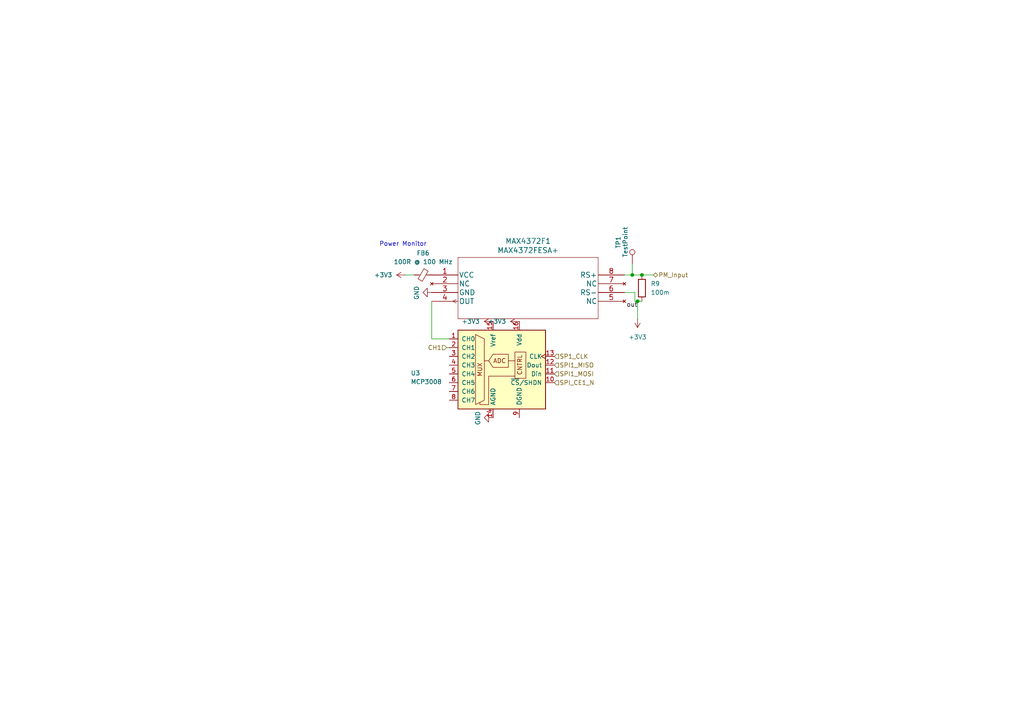
<source format=kicad_sch>
(kicad_sch (version 20211123) (generator eeschema)
  (paper "A4")
  (lib_symbols
    (symbol "Analog_ADC:MCP3008" (pin_names (offset 1.016))
      (property "Reference" "U" (at -5.08 13.335 0))
      (property "Value" "MCP3008" (at -5.08 11.43 0))
      (symbol "MCP3008_0_0"
        (text "ADC" (at -0.635 1.27 0) (effects (font (size 1.27 1.27))))
        (text "CNTRL" (at 5.969 -2.921 900) (effects (font (size 1.27 1.27)) (justify left bottom)))
        (text "MUX" (at -6.35 -1.27 900) (effects (font (size 1.27 1.27))))
      )
      (symbol "MCP3008_0_1"
        (polyline (pts (xy -3.81 1.27) (xy -5.08 1.27)))
        (polyline (pts (xy 1.905 1.27) (xy 3.81 1.27)))
        (polyline (pts (xy -7.62 8.89) (xy -7.62 -11.43) (xy -5.08 -10.16) (xy -5.08 7.62) (xy -7.62 8.89)))
        (polyline (pts (xy 3.81 -3.175) (xy -3.81 -3.175) (xy -3.81 -11.43) (xy -6.35 -11.43) (xy -6.35 -10.795)))
        (polyline (pts (xy 1.905 3.175) (xy 1.905 -0.635) (xy -2.54 -0.635) (xy -3.81 1.27) (xy -2.54 3.175) (xy 1.905 3.175)))
        (rectangle (start 3.81 -3.81) (end 6.985 3.81))
        (rectangle (start 12.7 -12.7) (end -12.7 10.16) (stroke (width 0.254)) (fill (type background)))
      )
      (symbol "MCP3008_1_1"
        (pin input line (at -15.24 7.62 0) (length 2.54) (name "CH0") (number "1"))
        (pin input line (at 15.24 -5.08 180) (length 2.54) (name "~{CS}/SHDN") (number "10"))
        (pin input line (at 15.24 -2.54 180) (length 2.54) (name "Din") (number "11"))
        (pin output line (at 15.24 0 180) (length 2.54) (name "Dout") (number "12"))
        (pin input clock (at 15.24 2.54 180) (length 2.54) (name "CLK") (number "13"))
        (pin power_in line (at -2.54 -15.24 90) (length 2.54) (name "AGND") (number "14"))
        (pin power_in line (at -2.54 12.7 270) (length 2.54) (name "Vref") (number "15"))
        (pin power_in line (at 5.08 12.7 270) (length 2.54) (name "Vdd") (number "16"))
        (pin input line (at -15.24 5.08 0) (length 2.54) (name "CH1") (number "2"))
        (pin input line (at -15.24 2.54 0) (length 2.54) (name "CH2") (number "3"))
        (pin input line (at -15.24 0 0) (length 2.54) (name "CH3") (number "4"))
        (pin input line (at -15.24 -2.54 0) (length 2.54) (name "CH4") (number "5"))
        (pin input line (at -15.24 -5.08 0) (length 2.54) (name "CH5") (number "6"))
        (pin input line (at -15.24 -7.62 0) (length 2.54) (name "CH6") (number "7"))
        (pin input line (at -15.24 -10.16 0) (length 2.54) (name "CH7") (number "8"))
        (pin power_in line (at 5.08 -15.24 90) (length 2.54) (name "DGND") (number "9"))
      )
    )
    (symbol "Connector:TestPoint" (pin_numbers hide) (pin_names (offset 0.762) hide)
      (property "Reference" "TP" (at 0 6.858 0))
      (property "Value" "TestPoint" (at 0 5.08 0))
      (symbol "TestPoint_0_1"
        (circle (center 0 3.302) (radius 0.762))
      )
      (symbol "TestPoint_1_1"
        (pin passive line (at 0 0 90) (length 2.54) (name "1") (number "1"))
      )
    )
    (symbol "Device:FerriteBead_Small" (pin_numbers hide) (pin_names (offset 0))
      (property "Reference" "FB" (at 1.905 1.27 0))
      (property "Value" "FerriteBead_Small" (at 1.905 -1.27 0))
      (symbol "FerriteBead_Small_0_1"
        (polyline (pts (xy 0 -1.27) (xy 0 -0.7874)))
        (polyline (pts (xy 0 0.889) (xy 0 1.2954)))
        (polyline (pts (xy -1.8288 0.2794) (xy -1.1176 1.4986) (xy 1.8288 -0.2032) (xy 1.1176 -1.4224) (xy -1.8288 0.2794)))
      )
      (symbol "FerriteBead_Small_1_1"
        (pin passive line (at 0 2.54 270) (length 1.27) (name "~") (number "1"))
        (pin passive line (at 0 -2.54 90) (length 1.27) (name "~") (number "2"))
      )
    )
    (symbol "Device:R" (pin_numbers hide) (pin_names (offset 0))
      (property "Reference" "R" (at 2.032 0 90))
      (property "Value" "R" (at 0 0 90))
      (symbol "R_0_1"
        (rectangle (start -1.016 -2.54) (end 1.016 2.54) (stroke (width 0.254)))
      )
      (symbol "R_1_1"
        (pin passive line (at 0 3.81 270) (length 1.27) (name "~") (number "1"))
        (pin passive line (at 0 -3.81 90) (length 1.27) (name "~") (number "2"))
      )
    )
    (symbol "Imported_OBC_Library:+3.3V" (power) (pin_names (offset 0))
      (property "Value" "+3.3V" (at 0 3.556 0))
      (symbol "+3.3V_0_1"
        (polyline (pts (xy -0.762 1.27) (xy 0 2.54)))
        (polyline (pts (xy 0 0) (xy 0 2.54)))
        (polyline (pts (xy 0 2.54) (xy 0.762 1.27)))
      )
      (symbol "+3.3V_1_1"
        (pin power_in line (at 0 0 90) (length 0) hide (name "+3V3") (number "1"))
      )
    )
    (symbol "STM32_Breakout-rescue:MAX4372FESA+-MAX4372FESA+" (pin_names (offset 0.254))
      (property "Reference" "U" (at 27.94 10.16 0))
      (property "Value" "MAX4372FESA+-MAX4372FESA+" (at 27.94 7.62 0))
      (symbol "MAX4372FESA+-MAX4372FESA+_1_1"
        (polyline (pts (xy 7.112 -8.128) (xy 6.0452 -7.62)) (stroke (width 0.127)))
        (polyline (pts (xy 7.112 -7.112) (xy 6.0452 -7.62)) (stroke (width 0.127)))
        (polyline (pts (xy 7.62 -12.7) (xy 48.26 -12.7)) (stroke (width 0.127)))
        (polyline (pts (xy 7.62 5.08) (xy 7.62 -12.7)) (stroke (width 0.127)))
        (polyline (pts (xy 48.26 -12.7) (xy 48.26 5.08)) (stroke (width 0.127)))
        (polyline (pts (xy 48.26 5.08) (xy 7.62 5.08)) (stroke (width 0.127)))
        (pin power_in line (at 0 0 0) (length 7.62) (name "VCC") (number "1"))
        (pin no_connect line (at 0 -2.54 0) (length 7.62) (name "NC") (number "2"))
        (pin power_in line (at 0 -5.08 0) (length 7.62) (name "GND") (number "3"))
        (pin output line (at 0 -7.62 0) (length 7.62) (name "OUT") (number "4"))
        (pin no_connect line (at 55.88 -7.62 180) (length 7.62) (name "NC") (number "5"))
        (pin unspecified line (at 55.88 -5.08 180) (length 7.62) (name "RS-") (number "6"))
        (pin no_connect line (at 55.88 -2.54 180) (length 7.62) (name "NC") (number "7"))
        (pin unspecified line (at 55.88 0 180) (length 7.62) (name "RS+") (number "8"))
      )
    )
    (symbol "power:GND" (power) (pin_names (offset 0))
      (property "Value" "GND" (at 0 -3.81 0))
      (symbol "GND_0_1"
        (polyline (pts (xy 0 0) (xy 0 -1.27) (xy 1.27 -1.27) (xy 0 -2.54) (xy -1.27 -1.27) (xy 0 -1.27)))
      )
      (symbol "GND_1_1"
        (pin power_in line (at 0 0 270) (length 0) hide (name "GND") (number "1"))
      )
    )
  )
  (junction (at 183.388 79.756))
  (junction (at 186.182 79.756))
  (junction (at 184.912 87.376))
  (wire (pts (xy 181.102 79.756) (xy 183.388 79.756)))
  (wire (pts (xy 181.102 84.836) (xy 184.15 84.836)))
  (wire (pts (xy 183.388 79.756) (xy 186.182 79.756)))
  (wire (pts (xy 184.15 84.836) (xy 184.15 87.376)))
  (wire (pts (xy 125.222 87.376) (xy 125.222 98.298)))
  (wire (pts (xy 184.912 87.376) (xy 186.182 87.376)))
  (wire (pts (xy 184.15 87.376) (xy 184.912 87.376)))
  (wire (pts (xy 183.388 76.454) (xy 183.388 79.756)))
  (wire (pts (xy 184.912 87.376) (xy 184.912 92.456)))
  (wire (pts (xy 189.484 79.756) (xy 186.182 79.756)))
  (wire (pts (xy 125.222 98.298) (xy 130.302 98.298)))
  (wire (pts (xy 120.142 79.756) (xy 117.602 79.756)))
  (wire (pts (xy 129.54 100.838) (xy 130.302 100.838)))
  (text "Power Monitor" (at 109.982 71.628 0) (effects (font (size 1.27 1.27)) (justify left bottom)))
  (label "out" (at 184.912 89.408 180))
  (hierarchical_label "SPI1_MISO" (shape input) (at 160.782 105.918 0))
  (hierarchical_label "SPI_CE1_N" (shape input) (at 160.782 110.998 0))
  (hierarchical_label "CH1" (shape input) (at 129.54 100.838 180))
  (hierarchical_label "SP1_CLK" (shape input) (at 160.782 103.378 0))
  (hierarchical_label "PM_Input" (shape bidirectional) (at 189.484 79.756 0))
  (hierarchical_label "SPI1_MOSI" (shape input) (at 160.782 108.458 0))
  (symbol (lib_id "Imported_OBC_Library:+3.3V") (at 143.002 93.218 90) (unit 1)
    (property "Reference" "#PWR0118" (effects hide))
    (property "Value" "+3.3V" (at 139.192 93.2179 90) (effects (justify left)))
  )
  (symbol (lib_id "power:GND") (at 125.222 84.836 270) (unit 1)
    (property "Reference" "#PWR0140" (effects hide))
    (property "Value" "GND" (at 120.8278 84.963 0))
  )
  (symbol (lib_id "STM32_Breakout-rescue:MAX4372FESA+-MAX4372FESA+") (at 125.222 79.756 0) (unit 1)
    (property "Reference" "MAX4372F1" (at 153.162 69.9262 0) (effects (font (size 1.524 1.524))))
    (property "Value" "MAX4372FESA+" (at 153.162 72.6186 0) (effects (font (size 1.524 1.524))))
    (property "Footprint" "Daughterboard_footprints:Maxim-MAX4372FESA+-Level_A" (effects hide))
  )
  (symbol (lib_id "Device:FerriteBead_Small") (at 122.682 79.756 270) (unit 1)
    (property "Reference" "FB6" (at 122.7201 73.406 90))
    (property "Value" "100R @ 100 MHz" (at 122.7201 75.946 90))
    (property "Footprint" "Daughterboard_footprints:BEADC1608X75N" (effects hide))
  )
  (symbol (lib_id "Imported_OBC_Library:+3.3V") (at 117.602 79.756 90) (unit 1)
    (property "Reference" "#PWR0116" (effects hide))
    (property "Value" "+3.3V" (at 113.792 79.7559 90) (effects (justify left)))
  )
  (symbol (lib_id "Imported_OBC_Library:+3.3V") (at 150.622 93.218 90) (unit 1)
    (property "Reference" "#PWR0117" (effects hide))
    (property "Value" "+3.3V" (at 146.812 93.2179 90) (effects (justify left)))
  )
  (symbol (lib_id "Analog_ADC:MCP3008") (at 145.542 105.918 0) (unit 1)
    (property "Reference" "U3" (at 119.126 108.204 0) (effects (justify left)))
    (property "Value" "MCP3008" (at 119.126 110.744 0) (effects (justify left)))
    (property "Footprint" "Daughterboard_footprints:Microchip-MCP3008-I_SL-Level_A" (effects hide))
    (property "Datasheet" "http://ww1.microchip.com/downloads/en/DeviceDoc/21295d.pdf" (effects hide))
  )
  (symbol (lib_id "Device:R") (at 186.182 83.566 0) (unit 1)
    (property "Reference" "R9" (at 188.722 82.2959 0) (effects (justify left)))
    (property "Value" "100m" (at 188.722 84.8359 0) (effects (justify left)))
    (property "Footprint" "Resistor_SMD:R_0201_0603Metric" (effects hide))
  )
  (symbol (lib_id "Imported_OBC_Library:+3.3V") (at 184.912 92.456 0) (mirror x) (unit 1)
    (property "Reference" "#PWR0115" (effects hide))
    (property "Value" "+3.3V" (at 184.912 97.79 0))
  )
  (symbol (lib_id "power:GND") (at 143.002 121.158 270) (unit 1)
    (property "Reference" "#PWR0119" (effects hide))
    (property "Value" "GND" (at 138.6078 121.285 0))
  )
  (symbol (lib_id "Connector:TestPoint") (at 183.388 76.454 0) (unit 1)
    (property "Reference" "TP1" (at 179.324 72.136 90) (effects (justify left)))
    (property "Value" "TestPoint" (at 181.356 74.676 90) (effects (justify left)))
    (property "Footprint" "TestPoint:TestPoint_Pad_2.0x2.0mm" (effects hide))
  )
)
</source>
